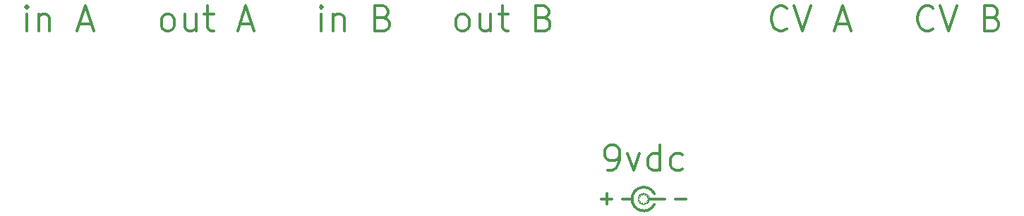
<source format=gto>
G04 #@! TF.GenerationSoftware,KiCad,Pcbnew,6.0.6-3a73a75311~116~ubuntu22.04.1*
G04 #@! TF.CreationDate,2022-07-27T16:16:01-04:00*
G04 #@! TF.ProjectId,stereo_whooshy_sound_jack_panel,73746572-656f-45f7-9768-6f6f7368795f,0*
G04 #@! TF.SameCoordinates,Original*
G04 #@! TF.FileFunction,Legend,Top*
G04 #@! TF.FilePolarity,Positive*
%FSLAX46Y46*%
G04 Gerber Fmt 4.6, Leading zero omitted, Abs format (unit mm)*
G04 Created by KiCad (PCBNEW 6.0.6-3a73a75311~116~ubuntu22.04.1) date 2022-07-27 16:16:01*
%MOMM*%
%LPD*%
G01*
G04 APERTURE LIST*
%ADD10C,0.120000*%
%ADD11C,0.300000*%
%ADD12C,1.000000*%
G04 APERTURE END LIST*
D10*
X159766000Y-107950000D02*
G75*
G03*
X159766000Y-107950000I-635000J0D01*
G01*
D11*
X154686000Y-107315000D02*
X154686000Y-107950000D01*
X154051000Y-107950000D02*
X154686000Y-107950000D01*
D10*
X159454788Y-107950000D02*
G75*
G03*
X159454788Y-107950000I-323788J0D01*
G01*
D11*
X160400999Y-107315001D02*
G75*
G03*
X160401332Y-108584332I-1269999J-634999D01*
G01*
D10*
X159580013Y-107950000D02*
G75*
G03*
X159580013Y-107950000I-449013J0D01*
G01*
X159321500Y-107950000D02*
G75*
G03*
X159321500Y-107950000I-190500J0D01*
G01*
X159654634Y-107950000D02*
G75*
G03*
X159654634Y-107950000I-523634J0D01*
G01*
X159258000Y-107950000D02*
G75*
G03*
X159258000Y-107950000I-127000J0D01*
G01*
D11*
X156591000Y-107950000D02*
X157691000Y-107950000D01*
X154686000Y-107950000D02*
X155321000Y-107950000D01*
D10*
X159517255Y-107950000D02*
G75*
G03*
X159517255Y-107950000I-386255J0D01*
G01*
X159194500Y-107950000D02*
G75*
G03*
X159194500Y-107950000I-63500J0D01*
G01*
X159385000Y-107950000D02*
G75*
G03*
X159385000Y-107950000I-254000J0D01*
G01*
D11*
X162941000Y-107950000D02*
X164211000Y-107950000D01*
X154686000Y-108585000D02*
X154686000Y-107950000D01*
X159131000Y-107950000D02*
X161671000Y-107950000D01*
X101822857Y-87717142D02*
X101537142Y-87574285D01*
X101394285Y-87431428D01*
X101251428Y-87145714D01*
X101251428Y-86288571D01*
X101394285Y-86002857D01*
X101537142Y-85860000D01*
X101822857Y-85717142D01*
X102251428Y-85717142D01*
X102537142Y-85860000D01*
X102680000Y-86002857D01*
X102822857Y-86288571D01*
X102822857Y-87145714D01*
X102680000Y-87431428D01*
X102537142Y-87574285D01*
X102251428Y-87717142D01*
X101822857Y-87717142D01*
X105394285Y-85717142D02*
X105394285Y-87717142D01*
X104108571Y-85717142D02*
X104108571Y-87288571D01*
X104251428Y-87574285D01*
X104537142Y-87717142D01*
X104965714Y-87717142D01*
X105251428Y-87574285D01*
X105394285Y-87431428D01*
X106394285Y-85717142D02*
X107537142Y-85717142D01*
X106822857Y-84717142D02*
X106822857Y-87288571D01*
X106965714Y-87574285D01*
X107251428Y-87717142D01*
X107537142Y-87717142D01*
X110680000Y-86860000D02*
X112108571Y-86860000D01*
X110394285Y-87717142D02*
X111394285Y-84717142D01*
X112394285Y-87717142D01*
X154773857Y-104481142D02*
X155345285Y-104481142D01*
X155631000Y-104338285D01*
X155773857Y-104195428D01*
X156059571Y-103766857D01*
X156202428Y-103195428D01*
X156202428Y-102052571D01*
X156059571Y-101766857D01*
X155916714Y-101624000D01*
X155631000Y-101481142D01*
X155059571Y-101481142D01*
X154773857Y-101624000D01*
X154631000Y-101766857D01*
X154488142Y-102052571D01*
X154488142Y-102766857D01*
X154631000Y-103052571D01*
X154773857Y-103195428D01*
X155059571Y-103338285D01*
X155631000Y-103338285D01*
X155916714Y-103195428D01*
X156059571Y-103052571D01*
X156202428Y-102766857D01*
X157202428Y-102481142D02*
X157916714Y-104481142D01*
X158631000Y-102481142D01*
X161059571Y-104481142D02*
X161059571Y-101481142D01*
X161059571Y-104338285D02*
X160773857Y-104481142D01*
X160202428Y-104481142D01*
X159916714Y-104338285D01*
X159773857Y-104195428D01*
X159631000Y-103909714D01*
X159631000Y-103052571D01*
X159773857Y-102766857D01*
X159916714Y-102624000D01*
X160202428Y-102481142D01*
X160773857Y-102481142D01*
X161059571Y-102624000D01*
X163773857Y-104338285D02*
X163488142Y-104481142D01*
X162916714Y-104481142D01*
X162631000Y-104338285D01*
X162488142Y-104195428D01*
X162345285Y-103909714D01*
X162345285Y-103052571D01*
X162488142Y-102766857D01*
X162631000Y-102624000D01*
X162916714Y-102481142D01*
X163488142Y-102481142D01*
X163773857Y-102624000D01*
X137168571Y-87717142D02*
X136882857Y-87574285D01*
X136740000Y-87431428D01*
X136597142Y-87145714D01*
X136597142Y-86288571D01*
X136740000Y-86002857D01*
X136882857Y-85860000D01*
X137168571Y-85717142D01*
X137597142Y-85717142D01*
X137882857Y-85860000D01*
X138025714Y-86002857D01*
X138168571Y-86288571D01*
X138168571Y-87145714D01*
X138025714Y-87431428D01*
X137882857Y-87574285D01*
X137597142Y-87717142D01*
X137168571Y-87717142D01*
X140740000Y-85717142D02*
X140740000Y-87717142D01*
X139454285Y-85717142D02*
X139454285Y-87288571D01*
X139597142Y-87574285D01*
X139882857Y-87717142D01*
X140311428Y-87717142D01*
X140597142Y-87574285D01*
X140740000Y-87431428D01*
X141740000Y-85717142D02*
X142882857Y-85717142D01*
X142168571Y-84717142D02*
X142168571Y-87288571D01*
X142311428Y-87574285D01*
X142597142Y-87717142D01*
X142882857Y-87717142D01*
X147168571Y-86145714D02*
X147597142Y-86288571D01*
X147740000Y-86431428D01*
X147882857Y-86717142D01*
X147882857Y-87145714D01*
X147740000Y-87431428D01*
X147597142Y-87574285D01*
X147311428Y-87717142D01*
X146168571Y-87717142D01*
X146168571Y-84717142D01*
X147168571Y-84717142D01*
X147454285Y-84860000D01*
X147597142Y-85002857D01*
X147740000Y-85288571D01*
X147740000Y-85574285D01*
X147597142Y-85860000D01*
X147454285Y-86002857D01*
X147168571Y-86145714D01*
X146168571Y-86145714D01*
X176284285Y-87431428D02*
X176141428Y-87574285D01*
X175712857Y-87717142D01*
X175427142Y-87717142D01*
X174998571Y-87574285D01*
X174712857Y-87288571D01*
X174570000Y-87002857D01*
X174427142Y-86431428D01*
X174427142Y-86002857D01*
X174570000Y-85431428D01*
X174712857Y-85145714D01*
X174998571Y-84860000D01*
X175427142Y-84717142D01*
X175712857Y-84717142D01*
X176141428Y-84860000D01*
X176284285Y-85002857D01*
X177141428Y-84717142D02*
X178141428Y-87717142D01*
X179141428Y-84717142D01*
X182284285Y-86860000D02*
X183712857Y-86860000D01*
X181998571Y-87717142D02*
X182998571Y-84717142D01*
X183998571Y-87717142D01*
X85114285Y-87717142D02*
X85114285Y-85717142D01*
X85114285Y-84717142D02*
X84971428Y-84860000D01*
X85114285Y-85002857D01*
X85257142Y-84860000D01*
X85114285Y-84717142D01*
X85114285Y-85002857D01*
X86542857Y-85717142D02*
X86542857Y-87717142D01*
X86542857Y-86002857D02*
X86685714Y-85860000D01*
X86971428Y-85717142D01*
X87400000Y-85717142D01*
X87685714Y-85860000D01*
X87828571Y-86145714D01*
X87828571Y-87717142D01*
X91400000Y-86860000D02*
X92828571Y-86860000D01*
X91114285Y-87717142D02*
X92114285Y-84717142D01*
X93114285Y-87717142D01*
X120460000Y-87717142D02*
X120460000Y-85717142D01*
X120460000Y-84717142D02*
X120317142Y-84860000D01*
X120460000Y-85002857D01*
X120602857Y-84860000D01*
X120460000Y-84717142D01*
X120460000Y-85002857D01*
X121888571Y-85717142D02*
X121888571Y-87717142D01*
X121888571Y-86002857D02*
X122031428Y-85860000D01*
X122317142Y-85717142D01*
X122745714Y-85717142D01*
X123031428Y-85860000D01*
X123174285Y-86145714D01*
X123174285Y-87717142D01*
X127888571Y-86145714D02*
X128317142Y-86288571D01*
X128460000Y-86431428D01*
X128602857Y-86717142D01*
X128602857Y-87145714D01*
X128460000Y-87431428D01*
X128317142Y-87574285D01*
X128031428Y-87717142D01*
X126888571Y-87717142D01*
X126888571Y-84717142D01*
X127888571Y-84717142D01*
X128174285Y-84860000D01*
X128317142Y-85002857D01*
X128460000Y-85288571D01*
X128460000Y-85574285D01*
X128317142Y-85860000D01*
X128174285Y-86002857D01*
X127888571Y-86145714D01*
X126888571Y-86145714D01*
X193850000Y-87431428D02*
X193707142Y-87574285D01*
X193278571Y-87717142D01*
X192992857Y-87717142D01*
X192564285Y-87574285D01*
X192278571Y-87288571D01*
X192135714Y-87002857D01*
X191992857Y-86431428D01*
X191992857Y-86002857D01*
X192135714Y-85431428D01*
X192278571Y-85145714D01*
X192564285Y-84860000D01*
X192992857Y-84717142D01*
X193278571Y-84717142D01*
X193707142Y-84860000D01*
X193850000Y-85002857D01*
X194707142Y-84717142D02*
X195707142Y-87717142D01*
X196707142Y-84717142D01*
X200992857Y-86145714D02*
X201421428Y-86288571D01*
X201564285Y-86431428D01*
X201707142Y-86717142D01*
X201707142Y-87145714D01*
X201564285Y-87431428D01*
X201421428Y-87574285D01*
X201135714Y-87717142D01*
X199992857Y-87717142D01*
X199992857Y-84717142D01*
X200992857Y-84717142D01*
X201278571Y-84860000D01*
X201421428Y-85002857D01*
X201564285Y-85288571D01*
X201564285Y-85574285D01*
X201421428Y-85860000D01*
X201278571Y-86002857D01*
X200992857Y-86145714D01*
X199992857Y-86145714D01*
D10*
X159831000Y-107950000D02*
G75*
G03*
X159831000Y-107950000I-700000J0D01*
G01*
%LPC*%
D12*
X159131000Y-107950000D03*
M02*

</source>
